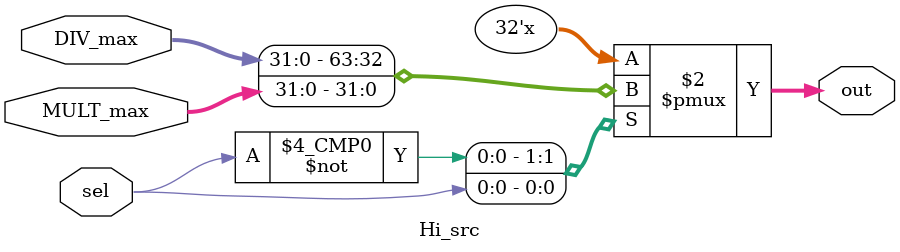
<source format=v>
module Hi_src(
    input [31:0] DIV_max,
    input [31:0] MULT_max,
    input sel,
    output reg [31:0] out
);

always @* begin
    case (sel)
    1'b0: out = DIV_max;
    1'b1: out = MULT_max;
    endcase
end
endmodule
</source>
